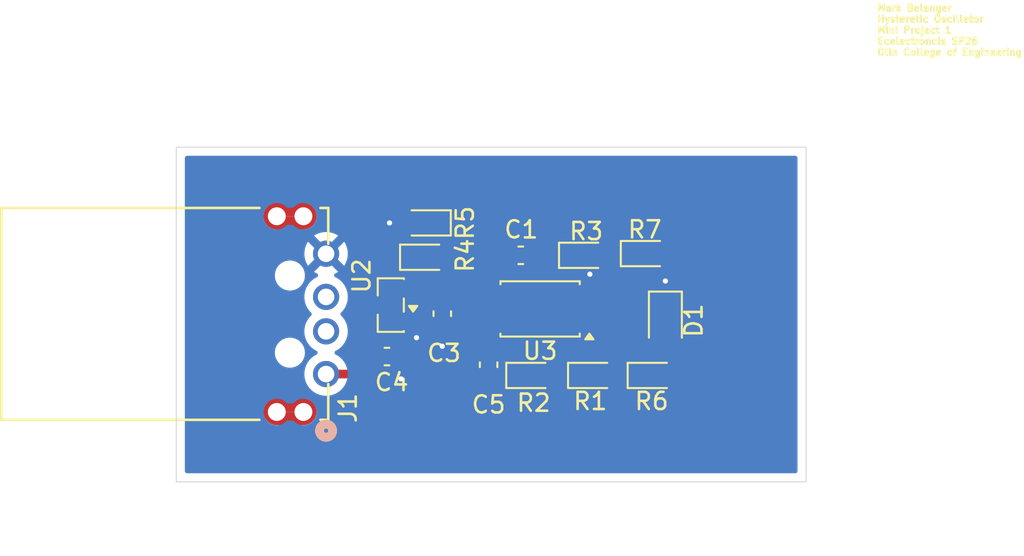
<source format=kicad_pcb>
(kicad_pcb (version 20241229) (generator "pcbnew") (generator_version "9.0")
  (layers (0 "F.Cu" signal) (2 "B.Cu" signal) (13 "F.Paste" user) (15 "B.Paste" user) (5 "F.SilkS" user "F.Silkscreen") (7 "B.SilkS" user "B.Silkscreen") (1 "F.Mask" user) (3 "B.Mask" user) (25 "Edge.Cuts" user))
  (net 0 "")
  (net 1 "/+1.65")
  (net 2 "GND")
  (net 3 "+3.3V")
  (net 4 "Net-(J1-VBUS)")
  (net 5 "Net-(D1-A)")
  (net 8 "Net-(R1-Pad2)")
  (net 9 "Net-(R3-Pad2)")
  (net 10 "Net-(U3B-+)")
  (net 11 "Net-(U3A-+)")
  (net 12 "Net-(U3A--)")
  (footprint "Diode_SMD:D_0603_1608Metric" (layer "F.Cu") (at 150.7125 104.6)
    (property "Reference" "R2" (at 0.1125 1.6 0) (layer "F.SilkS"))
    (property "Value" "1k")
    (fp_line (start -1.485 -0.735) (end -1.485 0.735) (stroke (width 0.12)) (layer "F.SilkS"))
    (fp_line (start -1.485 0.735) (end 0.8 0.735) (stroke (width 0.12)) (layer "F.SilkS"))
    (fp_line (start 0.8 -0.735) (end -1.485 -0.735) (stroke (width 0.12)) (layer "F.SilkS"))
    (pad "1" smd roundrect (at -0.7875 0) (size 0.875 0.95) (layers "F.Cu" "F.Mask" "F.Paste") (net 1 "/+1.65"))
    (pad "2" smd roundrect (at 0.7875 0) (size 0.875 0.95) (layers "F.Cu" "F.Mask" "F.Paste") (net 12 "Net-(U3A--)"))
  )
  (footprint "Diode_SMD:D_0603_1608Metric" (layer "F.Cu") (at 157.3875 97.5)
    (property "Reference" "R7" (at -0.0875 -1.4 0) (layer "F.SilkS"))
    (property "Value" "1k")
    (fp_line (start -1.485 -0.735) (end -1.485 0.735) (stroke (width 0.12)) (layer "F.SilkS"))
    (fp_line (start -1.485 0.735) (end 0.8 0.735) (stroke (width 0.12)) (layer "F.SilkS"))
    (fp_line (start 0.8 -0.735) (end -1.485 -0.735) (stroke (width 0.12)) (layer "F.SilkS"))
    (pad "1" smd roundrect (at -0.7875 0) (size 0.875 0.95) (layers "F.Cu" "F.Mask" "F.Paste") (net 9 "Net-(R3-Pad2)"))
    (pad "2" smd roundrect (at 0.7875 0) (size 0.875 0.95) (layers "F.Cu" "F.Mask" "F.Paste") (net 8 "Net-(R1-Pad2)"))
  )
  (footprint "Diode_SMD:D_0603_1608Metric" (layer "F.Cu") (at 144.5125 95.7125 180)
    (property "Reference" "R5" (at -2.3125 0 270) (layer "F.SilkS"))
    (property "Value" "1k")
    (fp_line (start 0.8 -0.735) (end -1.485 -0.735) (stroke (width 0.12)) (layer "F.SilkS"))
    (fp_line (start -1.485 0.735) (end 0.8 0.735) (stroke (width 0.12)) (layer "F.SilkS"))
    (fp_line (start -1.485 -0.735) (end -1.485 0.735) (stroke (width 0.12)) (layer "F.SilkS"))
    (pad "1" smd roundrect (at -0.7875 0 180) (size 0.875 0.95) (layers "F.Cu" "F.Mask" "F.Paste") (net 10 "Net-(U3B-+)"))
    (pad "2" smd roundrect (at 0.7875 0 180) (size 0.875 0.95) (layers "F.Cu" "F.Mask" "F.Paste") (net 2 "GND"))
  )
  (footprint "Capacitor_SMD:C_0603_1608Metric" (layer "F.Cu") (at 145.5 101 -90)
    (property "Reference" "C3" (at 2.3 -0.1 180) (layer "F.SilkS"))
    (property "Value" "1u")
    (fp_line (start -0.14058 0.51) (end 0.14058 0.51) (stroke (width 0.12)) (layer "F.SilkS"))
    (fp_line (start -0.14058 -0.51) (end 0.14058 -0.51) (stroke (width 0.12)) (layer "F.SilkS"))
    (pad "1" smd roundrect (at -0.775 0 270) (size 0.9 0.95) (layers "F.Cu" "F.Mask" "F.Paste") (net 3 "+3.3V"))
    (pad "2" smd roundrect (at 0.775 0 270) (size 0.9 0.95) (layers "F.Cu" "F.Mask" "F.Paste") (net 2 "GND"))
  )
  (footprint "Package_TO_SOT_SMD:SOT-23" (layer "F.Cu") (at 142.5 100.5 180)
    (property "Reference" "U2" (at 1.7 1.7 270) (layer "F.SilkS"))
    (property "Value" "MCP1700x-330xxTT")
    (fp_line (start 0.76 1.56) (end -0.76 1.56) (stroke (width 0.12)) (layer "F.SilkS"))
    (fp_line (start 0.76 0.56) (end 0.76 1.56) (stroke (width 0.12)) (layer "F.SilkS"))
    (fp_line (start 0.76 -1.56) (end 0.76 -0.56) (stroke (width 0.12)) (layer "F.SilkS"))
    (fp_line (start -0.76 1.56) (end -0.76 1.51) (stroke (width 0.12)) (layer "F.SilkS"))
    (fp_line (start -0.76 0.39) (end -0.76 -0.39) (stroke (width 0.12)) (layer "F.SilkS"))
    (fp_line (start -0.76 -1.51) (end -0.76 -1.56) (stroke (width 0.12)) (layer "F.SilkS"))
    (fp_line (start -0.76 -1.56) (end 0.76 -1.56) (stroke (width 0.12)) (layer "F.SilkS"))
    (fp_poly (pts (xy -1.3 -0.38) (xy -1.06 -0.05) (xy -1.54 -0.05)) (stroke (width 0.12)) (fill yes) (layer "F.SilkS"))
    (pad "1" smd roundrect (at -0.9375 -0.95 180) (size 1.475 0.6) (layers "F.Cu" "F.Mask" "F.Paste") (net 2 "GND"))
    (pad "2" smd roundrect (at -0.9375 0.95 180) (size 1.475 0.6) (layers "F.Cu" "F.Mask" "F.Paste") (net 3 "+3.3V"))
    (pad "3" smd roundrect (at 0.9375 0 180) (size 1.475 0.6) (layers "F.Cu" "F.Mask" "F.Paste") (net 4 "Net-(J1-VBUS)"))
  )
  (footprint "Diode_SMD:D_0603_1608Metric" (layer "F.Cu") (at 157.7875 104.6)
    (property "Reference" "R6" (at -0.0875 1.5 180) (layer "F.SilkS"))
    (property "Value" "1k")
    (fp_line (start -1.485 -0.735) (end -1.485 0.735) (stroke (width 0.12)) (layer "F.SilkS"))
    (fp_line (start -1.485 0.735) (end 0.8 0.735) (stroke (width 0.12)) (layer "F.SilkS"))
    (fp_line (start 0.8 -0.735) (end -1.485 -0.735) (stroke (width 0.12)) (layer "F.SilkS"))
    (pad "1" smd roundrect (at -0.7875 0) (size 0.875 0.95) (layers "F.Cu" "F.Mask" "F.Paste") (net 8 "Net-(R1-Pad2)"))
    (pad "2" smd roundrect (at 0.7875 0) (size 0.875 0.95) (layers "F.Cu" "F.Mask" "F.Paste") (net 5 "Net-(D1-A)"))
  )
  (footprint "Capacitor_SMD:C_0603_1608Metric" (layer "F.Cu") (at 150.075 97.6 180)
    (property "Reference" "C1" (at -0.025 1.5 0) (layer "F.SilkS"))
    (property "Value" "1u")
    (fp_line (start -0.14058 0.51) (end 0.14058 0.51) (stroke (width 0.12)) (layer "F.SilkS"))
    (fp_line (start -0.14058 -0.51) (end 0.14058 -0.51) (stroke (width 0.12)) (layer "F.SilkS"))
    (pad "1" smd roundrect (at -0.775 0 180) (size 0.9 0.95) (layers "F.Cu" "F.Mask" "F.Paste") (net 11 "Net-(U3A-+)"))
    (pad "2" smd roundrect (at 0.775 0 180) (size 0.9 0.95) (layers "F.Cu" "F.Mask" "F.Paste") (net 1 "/+1.65"))
  )
  (footprint "Capacitor_SMD:C_0603_1608Metric" (layer "F.Cu") (at 142.275 103.5)
    (property "Reference" "C4" (at 0.275 1.5 0) (layer "F.SilkS"))
    (property "Value" "1u")
    (fp_line (start -0.14058 -0.51) (end 0.14058 -0.51) (stroke (width 0.12)) (layer "F.SilkS"))
    (fp_line (start -0.14058 0.51) (end 0.14058 0.51) (stroke (width 0.12)) (layer "F.SilkS"))
    (pad "1" smd roundrect (at -0.775 0) (size 0.9 0.95) (layers "F.Cu" "F.Mask" "F.Paste") (net 4 "Net-(J1-VBUS)"))
    (pad "2" smd roundrect (at 0.775 0) (size 0.9 0.95) (layers "F.Cu" "F.Mask" "F.Paste") (net 2 "GND"))
  )
  (footprint "Diode_SMD:D_0603_1608Metric" (layer "F.Cu") (at 154.3125 104.6)
    (property "Reference" "R1" (at -0.1875 1.5 180) (layer "F.SilkS"))
    (property "Value" "1k")
    (fp_line (start -1.485 -0.735) (end -1.485 0.735) (stroke (width 0.12)) (layer "F.SilkS"))
    (fp_line (start -1.485 0.735) (end 0.8 0.735) (stroke (width 0.12)) (layer "F.SilkS"))
    (fp_line (start 0.8 -0.735) (end -1.485 -0.735) (stroke (width 0.12)) (layer "F.SilkS"))
    (pad "1" smd roundrect (at -0.7875 0) (size 0.875 0.95) (layers "F.Cu" "F.Mask" "F.Paste") (net 12 "Net-(U3A--)"))
    (pad "2" smd roundrect (at 0.7875 0) (size 0.875 0.95) (layers "F.Cu" "F.Mask" "F.Paste") (net 8 "Net-(R1-Pad2)"))
  )
  (footprint "Diode_SMD:D_0603_1608Metric" (layer "F.Cu") (at 153.7875 97.6)
    (property "Reference" "R3" (at 0.1 -1.4 0) (layer "F.SilkS"))
    (property "Value" "499k")
    (fp_line (start -1.485 -0.735) (end -1.485 0.735) (stroke (width 0.12)) (layer "F.SilkS"))
    (fp_line (start -1.485 0.735) (end 0.8 0.735) (stroke (width 0.12)) (layer "F.SilkS"))
    (fp_line (start 0.8 -0.735) (end -1.485 -0.735) (stroke (width 0.12)) (layer "F.SilkS"))
    (pad "1" smd roundrect (at -0.7875 0) (size 0.875 0.95) (layers "F.Cu" "F.Mask" "F.Paste") (net 11 "Net-(U3A-+)"))
    (pad "2" smd roundrect (at 0.7875 0) (size 0.875 0.95) (layers "F.Cu" "F.Mask" "F.Paste") (net 9 "Net-(R3-Pad2)"))
  )
  (footprint "Package_SO:TSSOP-8_4.4x3mm_P0.65mm" (layer "F.Cu") (at 151.2 100.725 180)
    (property "Reference" "U3" (at 0 -2.45 0) (layer "F.SilkS"))
    (property "Value" "MCP602")
    (fp_line (start 2.31 1.61) (end -2.31 1.61) (stroke (width 0.12)) (layer "F.SilkS"))
    (fp_line (start 2.31 1.435) (end 2.31 1.61) (stroke (width 0.12)) (layer "F.SilkS"))
    (fp_line (start 2.31 -1.61) (end 2.31 -1.435) (stroke (width 0.12)) (layer "F.SilkS"))
    (fp_line (start -2.31 1.61) (end -2.31 1.435) (stroke (width 0.12)) (layer "F.SilkS"))
    (fp_line (start -2.31 -1.435) (end -2.31 -1.61) (stroke (width 0.12)) (layer "F.SilkS"))
    (fp_line (start -2.31 -1.61) (end 2.31 -1.61) (stroke (width 0.12)) (layer "F.SilkS"))
    (fp_poly (pts (xy -2.87 -1.44) (xy -3.11 -1.77) (xy -2.63 -1.77)) (stroke (width 0.12)) (fill yes) (layer "F.SilkS"))
    (pad "1" smd roundrect (at -2.8625 -0.975 180) (size 1.475 0.4) (layers "F.Cu" "F.Mask" "F.Paste") (net 8 "Net-(R1-Pad2)"))
    (pad "2" smd roundrect (at -2.8625 -0.325 180) (size 1.475 0.4) (layers "F.Cu" "F.Mask" "F.Paste") (net 12 "Net-(U3A--)"))
    (pad "3" smd roundrect (at -2.8625 0.325 180) (size 1.475 0.4) (layers "F.Cu" "F.Mask" "F.Paste") (net 11 "Net-(U3A-+)"))
    (pad "4" smd roundrect (at -2.8625 0.975 180) (size 1.475 0.4) (layers "F.Cu" "F.Mask" "F.Paste") (net 2 "GND"))
    (pad "5" smd roundrect (at 2.8625 0.975 180) (size 1.475 0.4) (layers "F.Cu" "F.Mask" "F.Paste") (net 10 "Net-(U3B-+)"))
    (pad "6" smd roundrect (at 2.8625 0.325 180) (size 1.475 0.4) (layers "F.Cu" "F.Mask" "F.Paste") (net 1 "/+1.65"))
    (pad "7" smd roundrect (at 2.8625 -0.325 180) (size 1.475 0.4) (layers "F.Cu" "F.Mask" "F.Paste") (net 1 "/+1.65"))
    (pad "8" smd roundrect (at 2.8625 -0.975 180) (size 1.475 0.4) (layers "F.Cu" "F.Mask" "F.Paste") (net 3 "+3.3V"))
  )
  (footprint "480370001:CONN_480370001_MOL" (layer "F.Cu") (at 138.7296 104.51885 -90)
    (property "Reference" "J1" (at 1.98115 -1.2704 90) (layer "F.SilkS"))
    (property "Value" "480370001")
    (fp_line (start -9.6774 18.923) (end 2.667 18.923) (stroke (width 0.1524)) (layer "F.SilkS"))
    (fp_line (start 2.667 18.923) (end 2.667 3.8862) (stroke (width 0.1524)) (layer "F.SilkS"))
    (fp_line (start -9.6774 3.8862) (end -9.6774 18.923) (stroke (width 0.1524)) (layer "F.SilkS"))
    (fp_line (start 2.667 0.3302) (end 2.667 -0.127) (stroke (width 0.1524)) (layer "F.SilkS"))
    (fp_line (start -9.6774 -0.127) (end -9.6774 0.3302) (stroke (width 0.1524)) (layer "F.SilkS"))
    (fp_line (start -7.5946 -0.127) (end -9.6774 -0.127) (stroke (width 0.1524)) (layer "F.SilkS"))
    (fp_line (start 2.667 -0.127) (end 0.5842 -0.127) (stroke (width 0.1524)) (layer "F.SilkS"))
    (fp_arc (start 2.921 0) (mid 3.302 -0.381) (end 3.683 0) (stroke (width 0.508)) (layer "F.SilkS"))
    (fp_arc (start 3.683 0) (mid 3.302 0.381) (end 2.921 0) (stroke (width 0.508)) (layer "F.SilkS"))
    (fp_arc (start 2.921 0) (mid 3.302 -0.381) (end 3.683 0) (stroke (width 0.508)) (layer "B.SilkS"))
    (fp_arc (start 3.683 0) (mid 3.302 0.381) (end 2.921 0) (stroke (width 0.508)) (layer "B.SilkS"))
    (fp_line (start -9.1948 2.8702) (end -9.1948 1.3208) (stroke (width 0.01)) (layer "Edge.Cuts"))
    (fp_line (start 2.2098 2.8702) (end 2.2098 1.3208) (stroke (width 0.01)) (layer "Edge.Cuts"))
    (pad "" np_thru_hole circle (at -9.1948 1.3208 270) (size 1.0414 1.0414) (drill 1.0414) (layers "*.Cu" "*.Mask"))
    (pad "" np_thru_hole circle (at -9.1948 2.8702 270) (size 1.0414 1.0414) (drill 1.0414) (layers "*.Cu" "*.Mask"))
    (pad "" np_thru_hole circle (at -5.7404 2.1082 270) (size 1.2446 1.2446) (drill 1.2446) (layers "*.Cu" "*.Mask"))
    (pad "" np_thru_hole circle (at -1.2446 2.1082 270) (size 1.2446 1.2446) (drill 1.2446) (layers "*.Cu" "*.Mask"))
    (pad "" np_thru_hole circle (at 2.2098 1.3208 270) (size 1.0414 1.0414) (drill 1.0414) (layers "*.Cu" "*.Mask"))
    (pad "" np_thru_hole circle (at 2.2098 2.8702 270) (size 1.0414 1.0414) (drill 1.0414) (layers "*.Cu" "*.Mask"))
    (pad "1" thru_hole circle (at 0 0 270) (size 1.524 1.524) (drill 0.9652) (layers "*.Cu" "*.Mask") (net 4 "Net-(J1-VBUS)"))
    (pad "2" thru_hole circle (at -2.4892 0 270) (size 1.524 1.524) (drill 0.9652) (layers "*.Cu" "*.Mask"))
    (pad "3" thru_hole circle (at -4.4958 0 270) (size 1.524 1.524) (drill 0.9652) (layers "*.Cu" "*.Mask"))
    (pad "4" thru_hole circle (at -7.0104 0 270) (size 1.524 1.524) (drill 0.9652) (layers "*.Cu" "*.Mask") (net 2 "GND"))
    (pad "7" smd oval (at -9.2 2.1 270) (size 1.5494 3.0988) (layers "F.Cu" "F.Mask" "F.Paste"))
    (pad "8" smd oval (at 2.2 2.1 270) (size 1.5494 3.0988) (layers "F.Cu" "F.Mask" "F.Paste"))
  )
  (footprint "Diode_SMD:D_0603_1608Metric" (layer "F.Cu") (at 144.525 97.7125)
    (property "Reference" "R4" (at 2.3 -0.1 90) (layer "F.SilkS"))
    (property "Value" "1k")
    (fp_line (start -1.485 -0.735) (end -1.485 0.735) (stroke (width 0.12)) (layer "F.SilkS"))
    (fp_line (start -1.485 0.735) (end 0.8 0.735) (stroke (width 0.12)) (layer "F.SilkS"))
    (fp_line (start 0.8 -0.735) (end -1.485 -0.735) (stroke (width 0.12)) (layer "F.SilkS"))
    (pad "1" smd roundrect (at -0.7875 0) (size 0.875 0.95) (layers "F.Cu" "F.Mask" "F.Paste") (net 3 "+3.3V"))
    (pad "2" smd roundrect (at 0.7875 0) (size 0.875 0.95) (layers "F.Cu" "F.Mask" "F.Paste") (net 10 "Net-(U3B-+)"))
  )
  (footprint "LED_SMD:LED_0805_2012Metric" (layer "F.Cu") (at 158.5 101.4 -90)
    (property "Reference" "D1" (at 0 -1.65 90) (layer "F.SilkS"))
    (property "Value" "LED")
    (fp_line (start -1.685 0.96) (end 1 0.96) (stroke (width 0.12)) (layer "F.SilkS"))
    (fp_line (start -1.685 -0.96) (end -1.685 0.96) (stroke (width 0.12)) (layer "F.SilkS"))
    (fp_line (start 1 -0.96) (end -1.685 -0.96) (stroke (width 0.12)) (layer "F.SilkS"))
    (pad "1" smd roundrect (at -0.9375 0 270) (size 0.975 1.4) (layers "F.Cu" "F.Mask" "F.Paste") (net 2 "GND"))
    (pad "2" smd roundrect (at 0.9375 0 270) (size 0.975 1.4) (layers "F.Cu" "F.Mask" "F.Paste") (net 5 "Net-(D1-A)"))
  )
  (footprint "Capacitor_SMD:C_0603_1608Metric" (layer "F.Cu") (at 148.2 103.975 -90)
    (property "Reference" "C5" (at 2.325 0 180) (layer "F.SilkS"))
    (property "Value" "0.1u")
    (fp_line (start -0.14058 0.51) (end 0.14058 0.51) (stroke (width 0.12)) (layer "F.SilkS"))
    (fp_line (start -0.14058 -0.51) (end 0.14058 -0.51) (stroke (width 0.12)) (layer "F.SilkS"))
    (pad "1" smd roundrect (at -0.775 0 270) (size 0.9 0.95) (layers "F.Cu" "F.Mask" "F.Paste") (net 3 "+3.3V"))
    (pad "2" smd roundrect (at 0.775 0 270) (size 0.9 0.95) (layers "F.Cu" "F.Mask" "F.Paste") (net 2 "GND"))
  )
  (gr_rect (start 130 91.3) (end 166.7 110.8) (stroke (width 0.05)) (fill no) (layer "Edge.Cuts"))
  (gr_text "Mark Belanger\nHysteretic Oscillator\nMini Project 1\nEcelectroncis SP26\nOlin College of Engineering" (at 170.8 86 0) (layer "F.SilkS") (effects (font (size 0.4 0.4) (thickness 0.1)) (justify left bottom)))
  (segment (start 149.925 104.6) (end 149.925 101.900001) (width 0.2032) (layer "F.Cu") (net 1))
  (segment (start 149.3776 97.6776) (end 149.3 97.6) (width 0.2032) (layer "F.Cu") (net 1))
  (segment (start 149.925 101.900001) (end 149.074999 101.05) (width 0.2032) (layer "F.Cu") (net 1))
  (segment (start 148.3375 100.4) (end 149.074999 100.4) (width 0.2032) (layer "F.Cu") (net 1))
  (segment (start 149.3776 100.097399) (end 149.3776 97.6776) (width 0.2032) (layer "F.Cu") (net 1))
  (segment (start 148.3375 101.05) (end 148.3375 100.4) (width 0.2032) (layer "F.Cu") (net 1))
  (segment (start 149.074999 100.4) (end 149.3776 100.097399) (width 0.2032) (layer "F.Cu") (net 1))
  (segment (start 149.074999 101.05) (end 148.3375 101.05) (width 0.2032) (layer "F.Cu") (net 1))
  (segment (start 158.5 100.4625) (end 158.5 99.1) (width 0.2032) (layer "F.Cu") (net 2))
  (segment (start 145.5 101.775) (end 145.5 102.9) (width 0.2032) (layer "F.Cu") (net 2))
  (segment (start 143.4375 101.45) (end 143.4375 101.8375) (width 0.2032) (layer "F.Cu") (net 2))
  (segment (start 154.0625 99.75) (end 154.0625 98.7375) (width 0.2032) (layer "F.Cu") (net 2))
  (segment (start 143.4375 101.8375) (end 144 102.4) (width 0.2032) (layer "F.Cu") (net 2))
  (segment (start 154.0625 98.7375) (end 154.1 98.7) (width 0.2032) (layer "F.Cu") (net 2))
  (segment (start 143.725 95.7125) (end 142.425 95.7125) (width 0.2032) (layer "F.Cu") (net 2))
  (segment (start 143.05 104.75) (end 143.1 104.8) (width 0.2032) (layer "F.Cu") (net 2))
  (segment (start 143.05 103.5) (end 143.05 104.75) (width 0.2032) (layer "F.Cu") (net 2))
  (via (at 144 102.4) (size 0.6) (drill 0.3) (layers "F.Cu" "B.Cu") (net 2))
  (via (at 145.5 102.9) (size 0.6) (drill 0.3) (layers "F.Cu" "B.Cu") (net 2))
  (via (at 142.425 95.7125) (size 0.6) (drill 0.3) (layers "F.Cu" "B.Cu") (net 2))
  (via (at 154.1 98.7) (size 0.6) (drill 0.3) (layers "F.Cu" "B.Cu") (net 2))
  (via (at 143.1 104.8) (size 0.6) (drill 0.3) (layers "F.Cu" "B.Cu") (net 2))
  (via (at 158.5 99.1) (size 0.6) (drill 0.3) (layers "F.Cu" "B.Cu") (net 2))
  (segment (start 143.7375 97.7125) (end 143.7375 99.25) (width 0.508) (layer "F.Cu") (net 3))
  (segment (start 146.975 101.7) (end 148.3375 101.7) (width 0.4318) (layer "F.Cu") (net 3))
  (segment (start 148.2 101.8375) (end 148.3375 101.7) (width 0.4318) (layer "F.Cu") (net 3))
  (segment (start 143.7375 99.25) (end 143.4375 99.55) (width 0.508) (layer "F.Cu") (net 3))
  (segment (start 144.825 99.55) (end 145.5 100.225) (width 0.508) (layer "F.Cu") (net 3))
  (segment (start 143.4375 99.55) (end 144.825 99.55) (width 0.508) (layer "F.Cu") (net 3))
  (segment (start 148.2 103.2) (end 148.2 101.8375) (width 0.4318) (layer "F.Cu") (net 3))
  (segment (start 145.5 100.225) (end 146.975 101.7) (width 0.4318) (layer "F.Cu") (net 3))
  (segment (start 140.48115 104.51885) (end 141.5 103.5) (width 0.508) (layer "F.Cu") (net 4))
  (segment (start 141.5 100.5625) (end 141.5625 100.5) (width 0.508) (layer "F.Cu") (net 4))
  (segment (start 141.5 103.5) (end 141.5 100.5625) (width 0.508) (layer "F.Cu") (net 4))
  (segment (start 138.7296 104.51885) (end 140.48115 104.51885) (width 0.508) (layer "F.Cu") (net 4))
  (segment (start 158.575 102.4125) (end 158.5 102.3375) (width 0.2032) (layer "F.Cu") (net 5))
  (segment (start 158.575 104.6) (end 158.575 102.4125) (width 0.2032) (layer "F.Cu") (net 5))
  (segment (start 155.1 104.6) (end 155.1 102.7375) (width 0.2032) (layer "F.Cu") (net 8))
  (segment (start 154.799999 101.7) (end 154.0625 101.7) (width 0.2032) (layer "F.Cu") (net 8))
  (segment (start 158.175 97.5) (end 158.175 98.324999) (width 0.2032) (layer "F.Cu") (net 8))
  (segment (start 155.1 102.7375) (end 154.0625 101.7) (width 0.2032) (layer "F.Cu") (net 8))
  (segment (start 155.1 104.6) (end 157 104.6) (width 0.2032) (layer "F.Cu") (net 8))
  (segment (start 158.175 98.324999) (end 154.799999 101.7) (width 0.2032) (layer "F.Cu") (net 8))
  (segment (start 153.402866 101.7) (end 154.0625 101.7) (width 0.2032) (layer "F.Cu") (net 8))
  (segment (start 156.5 97.6) (end 156.6 97.5) (width 0.2032) (layer "F.Cu") (net 9))
  (segment (start 154.575 97.6) (end 156.5 97.6) (width 0.2032) (layer "F.Cu") (net 9))
  (segment (start 145.3 97.7) (end 145.3125 97.7125) (width 0.2032) (layer "F.Cu") (net 10))
  (segment (start 145.3 95.7125) (end 145.3 97.7) (width 0.2032) (layer "F.Cu") (net 10))
  (segment (start 147.35 99.75) (end 145.3125 97.7125) (width 0.4318) (layer "F.Cu") (net 10))
  (segment (start 148.3375 99.75) (end 147.35 99.75) (width 0.4318) (layer "F.Cu") (net 10))
  (segment (start 145.3125 97.7125) (end 145.6125 97.7125) (width 0.2032) (layer "F.Cu") (net 10))
  (segment (start 145.3125 95.725) (end 145.3 95.7125) (width 0.4318) (layer "F.Cu") (net 10))
  (segment (start 153.402866 100.4) (end 154.0625 100.4) (width 0.2032) (layer "F.Cu") (net 11))
  (segment (start 153 97.6) (end 153 99.997134) (width 0.2032) (layer "F.Cu") (net 11))
  (segment (start 153 97.6) (end 150.85 97.6) (width 0.2032) (layer "F.Cu") (net 11))
  (segment (start 153 99.997134) (end 153.402866 100.4) (width 0.2032) (layer "F.Cu") (net 11))
  (segment (start 152.998666 104.073666) (end 152.998666 101.376335) (width 0.2032) (layer "F.Cu") (net 12))
  (segment (start 153.525 104.6) (end 152.998666 104.073666) (width 0.2032) (layer "F.Cu") (net 12))
  (segment (start 153.325001 101.05) (end 154.0625 101.05) (width 0.2032) (layer "F.Cu") (net 12))
  (segment (start 152.998666 101.376335) (end 153.325001 101.05) (width 0.2032) (layer "F.Cu") (net 12))
  (segment (start 151.5 104.6) (end 153.525 104.6) (width 0.2032) (layer "F.Cu") (net 12))
  (zone (net 2) (net_name "GND") (layer "B.Cu") (connect_pads (clearance 0.5)) (min_thickness 0.25) (fill yes (thermal_gap 0.5) (thermal_bridge_width 0.5))
    (polygon (pts (xy 130 91.3) (xy 130 110.8) (xy 166.7 110.8) (xy 166.7 91.3)))
  )
)
</source>
